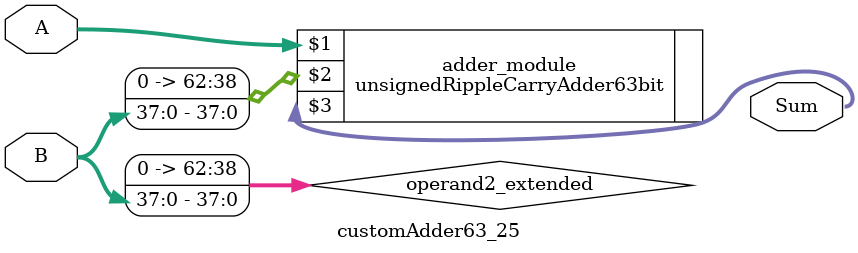
<source format=v>
module customAdder63_25(
                        input [62 : 0] A,
                        input [37 : 0] B,
                        
                        output [63 : 0] Sum
                );

        wire [62 : 0] operand2_extended;
        
        assign operand2_extended =  {25'b0, B};
        
        unsignedRippleCarryAdder63bit adder_module(
            A,
            operand2_extended,
            Sum
        );
        
        endmodule
        
</source>
